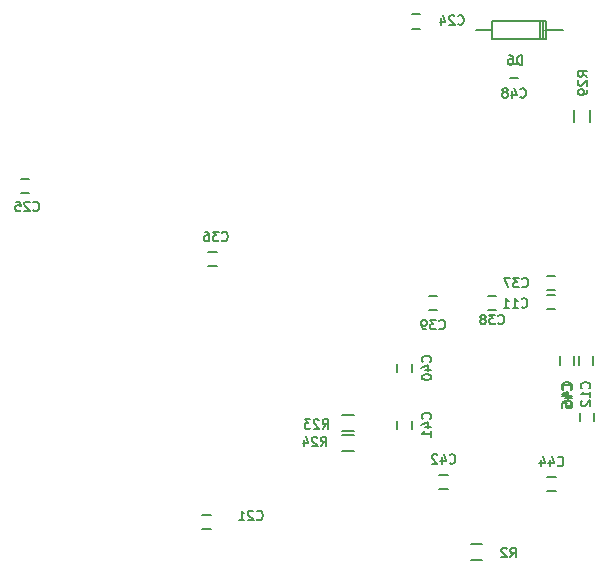
<source format=gbr>
G04 #@! TF.FileFunction,Legend,Bot*
%FSLAX46Y46*%
G04 Gerber Fmt 4.6, Leading zero omitted, Abs format (unit mm)*
G04 Created by KiCad (PCBNEW (2015-08-05 BZR 6055, Git fa29c62)-product) date 10/03/2016 14:30:23*
%MOMM*%
G01*
G04 APERTURE LIST*
%ADD10C,0.100000*%
%ADD11C,0.150000*%
G04 APERTURE END LIST*
D10*
D11*
X116617000Y-128870000D02*
X117317000Y-128870000D01*
X117317000Y-127670000D02*
X116617000Y-127670000D01*
X116617000Y-130457500D02*
X117317000Y-130457500D01*
X117317000Y-129257500D02*
X116617000Y-129257500D01*
X119351500Y-134460500D02*
X119351500Y-135160500D01*
X120551500Y-135160500D02*
X120551500Y-134460500D01*
X87470500Y-149063000D02*
X88170500Y-149063000D01*
X88170500Y-147863000D02*
X87470500Y-147863000D01*
X105187000Y-106708500D02*
X105887000Y-106708500D01*
X105887000Y-105508500D02*
X105187000Y-105508500D01*
X72803500Y-119415000D02*
X72103500Y-119415000D01*
X72103500Y-120615000D02*
X72803500Y-120615000D01*
X88678500Y-125638000D02*
X87978500Y-125638000D01*
X87978500Y-126838000D02*
X88678500Y-126838000D01*
X111664000Y-130521000D02*
X112364000Y-130521000D01*
X112364000Y-129321000D02*
X111664000Y-129321000D01*
X106647500Y-130521000D02*
X107347500Y-130521000D01*
X107347500Y-129321000D02*
X106647500Y-129321000D01*
X105184500Y-135795500D02*
X105184500Y-135095500D01*
X103984500Y-135095500D02*
X103984500Y-135795500D01*
X105184500Y-140621500D02*
X105184500Y-139921500D01*
X103984500Y-139921500D02*
X103984500Y-140621500D01*
X108236500Y-144497500D02*
X107536500Y-144497500D01*
X107536500Y-145697500D02*
X108236500Y-145697500D01*
X117380500Y-144688000D02*
X116680500Y-144688000D01*
X116680500Y-145888000D02*
X117380500Y-145888000D01*
X120615000Y-139923000D02*
X120615000Y-139223000D01*
X119415000Y-139223000D02*
X119415000Y-139923000D01*
X117764000Y-134460500D02*
X117764000Y-135160500D01*
X118964000Y-135160500D02*
X118964000Y-134460500D01*
X111180500Y-150391500D02*
X110180500Y-150391500D01*
X110180500Y-151741500D02*
X111180500Y-151741500D01*
X100322000Y-139406000D02*
X99322000Y-139406000D01*
X99322000Y-140756000D02*
X100322000Y-140756000D01*
X100322000Y-141120500D02*
X99322000Y-141120500D01*
X99322000Y-142470500D02*
X100322000Y-142470500D01*
X113505500Y-110899500D02*
X114205500Y-110899500D01*
X114205500Y-109699500D02*
X113505500Y-109699500D01*
X112013480Y-106867960D02*
X110616480Y-106867960D01*
X116458480Y-106867960D02*
X117982480Y-106867960D01*
X116077480Y-106105960D02*
X116077480Y-107629960D01*
X116331480Y-106105960D02*
X116331480Y-107629960D01*
X116585480Y-106867960D02*
X116585480Y-107629960D01*
X116585480Y-107629960D02*
X112013480Y-107629960D01*
X112013480Y-107629960D02*
X112013480Y-106105960D01*
X112013480Y-106105960D02*
X116585480Y-106105960D01*
X116585480Y-106105960D02*
X116585480Y-106867960D01*
X118959000Y-113609500D02*
X118959000Y-114609500D01*
X120309000Y-114609500D02*
X120309000Y-113609500D01*
X114560286Y-128555714D02*
X114598381Y-128593810D01*
X114712667Y-128631905D01*
X114788857Y-128631905D01*
X114903143Y-128593810D01*
X114979334Y-128517619D01*
X115017429Y-128441429D01*
X115055524Y-128289048D01*
X115055524Y-128174762D01*
X115017429Y-128022381D01*
X114979334Y-127946190D01*
X114903143Y-127870000D01*
X114788857Y-127831905D01*
X114712667Y-127831905D01*
X114598381Y-127870000D01*
X114560286Y-127908095D01*
X114293619Y-127831905D02*
X113798381Y-127831905D01*
X114065048Y-128136667D01*
X113950762Y-128136667D01*
X113874572Y-128174762D01*
X113836476Y-128212857D01*
X113798381Y-128289048D01*
X113798381Y-128479524D01*
X113836476Y-128555714D01*
X113874572Y-128593810D01*
X113950762Y-128631905D01*
X114179334Y-128631905D01*
X114255524Y-128593810D01*
X114293619Y-128555714D01*
X113531714Y-127831905D02*
X112998381Y-127831905D01*
X113341238Y-128631905D01*
X114496786Y-130270214D02*
X114534881Y-130308310D01*
X114649167Y-130346405D01*
X114725357Y-130346405D01*
X114839643Y-130308310D01*
X114915834Y-130232119D01*
X114953929Y-130155929D01*
X114992024Y-130003548D01*
X114992024Y-129889262D01*
X114953929Y-129736881D01*
X114915834Y-129660690D01*
X114839643Y-129584500D01*
X114725357Y-129546405D01*
X114649167Y-129546405D01*
X114534881Y-129584500D01*
X114496786Y-129622595D01*
X113734881Y-130346405D02*
X114192024Y-130346405D01*
X113963453Y-130346405D02*
X113963453Y-129546405D01*
X114039643Y-129660690D01*
X114115834Y-129736881D01*
X114192024Y-129774976D01*
X112972976Y-130346405D02*
X113430119Y-130346405D01*
X113201548Y-130346405D02*
X113201548Y-129546405D01*
X113277738Y-129660690D01*
X113353929Y-129736881D01*
X113430119Y-129774976D01*
X120237214Y-137153714D02*
X120275310Y-137115619D01*
X120313405Y-137001333D01*
X120313405Y-136925143D01*
X120275310Y-136810857D01*
X120199119Y-136734666D01*
X120122929Y-136696571D01*
X119970548Y-136658476D01*
X119856262Y-136658476D01*
X119703881Y-136696571D01*
X119627690Y-136734666D01*
X119551500Y-136810857D01*
X119513405Y-136925143D01*
X119513405Y-137001333D01*
X119551500Y-137115619D01*
X119589595Y-137153714D01*
X120313405Y-137915619D02*
X120313405Y-137458476D01*
X120313405Y-137687047D02*
X119513405Y-137687047D01*
X119627690Y-137610857D01*
X119703881Y-137534666D01*
X119741976Y-137458476D01*
X119589595Y-138220381D02*
X119551500Y-138258476D01*
X119513405Y-138334667D01*
X119513405Y-138525143D01*
X119551500Y-138601333D01*
X119589595Y-138639429D01*
X119665786Y-138677524D01*
X119741976Y-138677524D01*
X119856262Y-138639429D01*
X120313405Y-138182286D01*
X120313405Y-138677524D01*
X92081286Y-148240714D02*
X92119381Y-148278810D01*
X92233667Y-148316905D01*
X92309857Y-148316905D01*
X92424143Y-148278810D01*
X92500334Y-148202619D01*
X92538429Y-148126429D01*
X92576524Y-147974048D01*
X92576524Y-147859762D01*
X92538429Y-147707381D01*
X92500334Y-147631190D01*
X92424143Y-147555000D01*
X92309857Y-147516905D01*
X92233667Y-147516905D01*
X92119381Y-147555000D01*
X92081286Y-147593095D01*
X91776524Y-147593095D02*
X91738429Y-147555000D01*
X91662238Y-147516905D01*
X91471762Y-147516905D01*
X91395572Y-147555000D01*
X91357476Y-147593095D01*
X91319381Y-147669286D01*
X91319381Y-147745476D01*
X91357476Y-147859762D01*
X91814619Y-148316905D01*
X91319381Y-148316905D01*
X90557476Y-148316905D02*
X91014619Y-148316905D01*
X90786048Y-148316905D02*
X90786048Y-147516905D01*
X90862238Y-147631190D01*
X90938429Y-147707381D01*
X91014619Y-147745476D01*
X109106906Y-106315474D02*
X109145001Y-106353570D01*
X109259287Y-106391665D01*
X109335477Y-106391665D01*
X109449763Y-106353570D01*
X109525954Y-106277379D01*
X109564049Y-106201189D01*
X109602144Y-106048808D01*
X109602144Y-105934522D01*
X109564049Y-105782141D01*
X109525954Y-105705950D01*
X109449763Y-105629760D01*
X109335477Y-105591665D01*
X109259287Y-105591665D01*
X109145001Y-105629760D01*
X109106906Y-105667855D01*
X108802144Y-105667855D02*
X108764049Y-105629760D01*
X108687858Y-105591665D01*
X108497382Y-105591665D01*
X108421192Y-105629760D01*
X108383096Y-105667855D01*
X108345001Y-105744046D01*
X108345001Y-105820236D01*
X108383096Y-105934522D01*
X108840239Y-106391665D01*
X108345001Y-106391665D01*
X107659287Y-105858331D02*
X107659287Y-106391665D01*
X107849763Y-105553570D02*
X108040239Y-106124998D01*
X107545001Y-106124998D01*
X73158286Y-122078714D02*
X73196381Y-122116810D01*
X73310667Y-122154905D01*
X73386857Y-122154905D01*
X73501143Y-122116810D01*
X73577334Y-122040619D01*
X73615429Y-121964429D01*
X73653524Y-121812048D01*
X73653524Y-121697762D01*
X73615429Y-121545381D01*
X73577334Y-121469190D01*
X73501143Y-121393000D01*
X73386857Y-121354905D01*
X73310667Y-121354905D01*
X73196381Y-121393000D01*
X73158286Y-121431095D01*
X72853524Y-121431095D02*
X72815429Y-121393000D01*
X72739238Y-121354905D01*
X72548762Y-121354905D01*
X72472572Y-121393000D01*
X72434476Y-121431095D01*
X72396381Y-121507286D01*
X72396381Y-121583476D01*
X72434476Y-121697762D01*
X72891619Y-122154905D01*
X72396381Y-122154905D01*
X71672571Y-121354905D02*
X72053524Y-121354905D01*
X72091619Y-121735857D01*
X72053524Y-121697762D01*
X71977333Y-121659667D01*
X71786857Y-121659667D01*
X71710667Y-121697762D01*
X71672571Y-121735857D01*
X71634476Y-121812048D01*
X71634476Y-122002524D01*
X71672571Y-122078714D01*
X71710667Y-122116810D01*
X71786857Y-122154905D01*
X71977333Y-122154905D01*
X72053524Y-122116810D01*
X72091619Y-122078714D01*
X89128536Y-124650464D02*
X89166631Y-124688560D01*
X89280917Y-124726655D01*
X89357107Y-124726655D01*
X89471393Y-124688560D01*
X89547584Y-124612369D01*
X89585679Y-124536179D01*
X89623774Y-124383798D01*
X89623774Y-124269512D01*
X89585679Y-124117131D01*
X89547584Y-124040940D01*
X89471393Y-123964750D01*
X89357107Y-123926655D01*
X89280917Y-123926655D01*
X89166631Y-123964750D01*
X89128536Y-124002845D01*
X88861869Y-123926655D02*
X88366631Y-123926655D01*
X88633298Y-124231417D01*
X88519012Y-124231417D01*
X88442822Y-124269512D01*
X88404726Y-124307607D01*
X88366631Y-124383798D01*
X88366631Y-124574274D01*
X88404726Y-124650464D01*
X88442822Y-124688560D01*
X88519012Y-124726655D01*
X88747584Y-124726655D01*
X88823774Y-124688560D01*
X88861869Y-124650464D01*
X87680917Y-123926655D02*
X87833298Y-123926655D01*
X87909488Y-123964750D01*
X87947583Y-124002845D01*
X88023774Y-124117131D01*
X88061869Y-124269512D01*
X88061869Y-124574274D01*
X88023774Y-124650464D01*
X87985679Y-124688560D01*
X87909488Y-124726655D01*
X87757107Y-124726655D01*
X87680917Y-124688560D01*
X87642821Y-124650464D01*
X87604726Y-124574274D01*
X87604726Y-124383798D01*
X87642821Y-124307607D01*
X87680917Y-124269512D01*
X87757107Y-124231417D01*
X87909488Y-124231417D01*
X87985679Y-124269512D01*
X88023774Y-124307607D01*
X88061869Y-124383798D01*
X112528286Y-131667214D02*
X112566381Y-131705310D01*
X112680667Y-131743405D01*
X112756857Y-131743405D01*
X112871143Y-131705310D01*
X112947334Y-131629119D01*
X112985429Y-131552929D01*
X113023524Y-131400548D01*
X113023524Y-131286262D01*
X112985429Y-131133881D01*
X112947334Y-131057690D01*
X112871143Y-130981500D01*
X112756857Y-130943405D01*
X112680667Y-130943405D01*
X112566381Y-130981500D01*
X112528286Y-131019595D01*
X112261619Y-130943405D02*
X111766381Y-130943405D01*
X112033048Y-131248167D01*
X111918762Y-131248167D01*
X111842572Y-131286262D01*
X111804476Y-131324357D01*
X111766381Y-131400548D01*
X111766381Y-131591024D01*
X111804476Y-131667214D01*
X111842572Y-131705310D01*
X111918762Y-131743405D01*
X112147334Y-131743405D01*
X112223524Y-131705310D01*
X112261619Y-131667214D01*
X111309238Y-131286262D02*
X111385429Y-131248167D01*
X111423524Y-131210071D01*
X111461619Y-131133881D01*
X111461619Y-131095786D01*
X111423524Y-131019595D01*
X111385429Y-130981500D01*
X111309238Y-130943405D01*
X111156857Y-130943405D01*
X111080667Y-130981500D01*
X111042571Y-131019595D01*
X111004476Y-131095786D01*
X111004476Y-131133881D01*
X111042571Y-131210071D01*
X111080667Y-131248167D01*
X111156857Y-131286262D01*
X111309238Y-131286262D01*
X111385429Y-131324357D01*
X111423524Y-131362452D01*
X111461619Y-131438643D01*
X111461619Y-131591024D01*
X111423524Y-131667214D01*
X111385429Y-131705310D01*
X111309238Y-131743405D01*
X111156857Y-131743405D01*
X111080667Y-131705310D01*
X111042571Y-131667214D01*
X111004476Y-131591024D01*
X111004476Y-131438643D01*
X111042571Y-131362452D01*
X111080667Y-131324357D01*
X111156857Y-131286262D01*
X107511786Y-132106714D02*
X107549881Y-132144810D01*
X107664167Y-132182905D01*
X107740357Y-132182905D01*
X107854643Y-132144810D01*
X107930834Y-132068619D01*
X107968929Y-131992429D01*
X108007024Y-131840048D01*
X108007024Y-131725762D01*
X107968929Y-131573381D01*
X107930834Y-131497190D01*
X107854643Y-131421000D01*
X107740357Y-131382905D01*
X107664167Y-131382905D01*
X107549881Y-131421000D01*
X107511786Y-131459095D01*
X107245119Y-131382905D02*
X106749881Y-131382905D01*
X107016548Y-131687667D01*
X106902262Y-131687667D01*
X106826072Y-131725762D01*
X106787976Y-131763857D01*
X106749881Y-131840048D01*
X106749881Y-132030524D01*
X106787976Y-132106714D01*
X106826072Y-132144810D01*
X106902262Y-132182905D01*
X107130834Y-132182905D01*
X107207024Y-132144810D01*
X107245119Y-132106714D01*
X106368929Y-132182905D02*
X106216548Y-132182905D01*
X106140357Y-132144810D01*
X106102262Y-132106714D01*
X106026071Y-131992429D01*
X105987976Y-131840048D01*
X105987976Y-131535286D01*
X106026071Y-131459095D01*
X106064167Y-131421000D01*
X106140357Y-131382905D01*
X106292738Y-131382905D01*
X106368929Y-131421000D01*
X106407024Y-131459095D01*
X106445119Y-131535286D01*
X106445119Y-131725762D01*
X106407024Y-131801952D01*
X106368929Y-131840048D01*
X106292738Y-131878143D01*
X106140357Y-131878143D01*
X106064167Y-131840048D01*
X106026071Y-131801952D01*
X105987976Y-131725762D01*
X106770214Y-134931214D02*
X106808310Y-134893119D01*
X106846405Y-134778833D01*
X106846405Y-134702643D01*
X106808310Y-134588357D01*
X106732119Y-134512166D01*
X106655929Y-134474071D01*
X106503548Y-134435976D01*
X106389262Y-134435976D01*
X106236881Y-134474071D01*
X106160690Y-134512166D01*
X106084500Y-134588357D01*
X106046405Y-134702643D01*
X106046405Y-134778833D01*
X106084500Y-134893119D01*
X106122595Y-134931214D01*
X106313071Y-135616928D02*
X106846405Y-135616928D01*
X106008310Y-135426452D02*
X106579738Y-135235976D01*
X106579738Y-135731214D01*
X106046405Y-136188357D02*
X106046405Y-136264548D01*
X106084500Y-136340738D01*
X106122595Y-136378833D01*
X106198786Y-136416929D01*
X106351167Y-136455024D01*
X106541643Y-136455024D01*
X106694024Y-136416929D01*
X106770214Y-136378833D01*
X106808310Y-136340738D01*
X106846405Y-136264548D01*
X106846405Y-136188357D01*
X106808310Y-136112167D01*
X106770214Y-136074071D01*
X106694024Y-136035976D01*
X106541643Y-135997881D01*
X106351167Y-135997881D01*
X106198786Y-136035976D01*
X106122595Y-136074071D01*
X106084500Y-136112167D01*
X106046405Y-136188357D01*
X106770214Y-139757214D02*
X106808310Y-139719119D01*
X106846405Y-139604833D01*
X106846405Y-139528643D01*
X106808310Y-139414357D01*
X106732119Y-139338166D01*
X106655929Y-139300071D01*
X106503548Y-139261976D01*
X106389262Y-139261976D01*
X106236881Y-139300071D01*
X106160690Y-139338166D01*
X106084500Y-139414357D01*
X106046405Y-139528643D01*
X106046405Y-139604833D01*
X106084500Y-139719119D01*
X106122595Y-139757214D01*
X106313071Y-140442928D02*
X106846405Y-140442928D01*
X106008310Y-140252452D02*
X106579738Y-140061976D01*
X106579738Y-140557214D01*
X106846405Y-141281024D02*
X106846405Y-140823881D01*
X106846405Y-141052452D02*
X106046405Y-141052452D01*
X106160690Y-140976262D01*
X106236881Y-140900071D01*
X106274976Y-140823881D01*
X108400786Y-143483214D02*
X108438881Y-143521310D01*
X108553167Y-143559405D01*
X108629357Y-143559405D01*
X108743643Y-143521310D01*
X108819834Y-143445119D01*
X108857929Y-143368929D01*
X108896024Y-143216548D01*
X108896024Y-143102262D01*
X108857929Y-142949881D01*
X108819834Y-142873690D01*
X108743643Y-142797500D01*
X108629357Y-142759405D01*
X108553167Y-142759405D01*
X108438881Y-142797500D01*
X108400786Y-142835595D01*
X107715072Y-143026071D02*
X107715072Y-143559405D01*
X107905548Y-142721310D02*
X108096024Y-143292738D01*
X107600786Y-143292738D01*
X107334119Y-142835595D02*
X107296024Y-142797500D01*
X107219833Y-142759405D01*
X107029357Y-142759405D01*
X106953167Y-142797500D01*
X106915071Y-142835595D01*
X106876976Y-142911786D01*
X106876976Y-142987976D01*
X106915071Y-143102262D01*
X107372214Y-143559405D01*
X106876976Y-143559405D01*
X117544786Y-143673714D02*
X117582881Y-143711810D01*
X117697167Y-143749905D01*
X117773357Y-143749905D01*
X117887643Y-143711810D01*
X117963834Y-143635619D01*
X118001929Y-143559429D01*
X118040024Y-143407048D01*
X118040024Y-143292762D01*
X118001929Y-143140381D01*
X117963834Y-143064190D01*
X117887643Y-142988000D01*
X117773357Y-142949905D01*
X117697167Y-142949905D01*
X117582881Y-142988000D01*
X117544786Y-143026095D01*
X116859072Y-143216571D02*
X116859072Y-143749905D01*
X117049548Y-142911810D02*
X117240024Y-143483238D01*
X116744786Y-143483238D01*
X116097167Y-143216571D02*
X116097167Y-143749905D01*
X116287643Y-142911810D02*
X116478119Y-143483238D01*
X115982881Y-143483238D01*
X118649714Y-137344214D02*
X118687810Y-137306119D01*
X118725905Y-137191833D01*
X118725905Y-137115643D01*
X118687810Y-137001357D01*
X118611619Y-136925166D01*
X118535429Y-136887071D01*
X118383048Y-136848976D01*
X118268762Y-136848976D01*
X118116381Y-136887071D01*
X118040190Y-136925166D01*
X117964000Y-137001357D01*
X117925905Y-137115643D01*
X117925905Y-137191833D01*
X117964000Y-137306119D01*
X118002095Y-137344214D01*
X118192571Y-138029928D02*
X118725905Y-138029928D01*
X117887810Y-137839452D02*
X118459238Y-137648976D01*
X118459238Y-138144214D01*
X117925905Y-138829929D02*
X117925905Y-138448976D01*
X118306857Y-138410881D01*
X118268762Y-138448976D01*
X118230667Y-138525167D01*
X118230667Y-138715643D01*
X118268762Y-138791833D01*
X118306857Y-138829929D01*
X118383048Y-138868024D01*
X118573524Y-138868024D01*
X118649714Y-138829929D01*
X118687810Y-138791833D01*
X118725905Y-138715643D01*
X118725905Y-138525167D01*
X118687810Y-138448976D01*
X118649714Y-138410881D01*
X118649714Y-137153714D02*
X118687810Y-137115619D01*
X118725905Y-137001333D01*
X118725905Y-136925143D01*
X118687810Y-136810857D01*
X118611619Y-136734666D01*
X118535429Y-136696571D01*
X118383048Y-136658476D01*
X118268762Y-136658476D01*
X118116381Y-136696571D01*
X118040190Y-136734666D01*
X117964000Y-136810857D01*
X117925905Y-136925143D01*
X117925905Y-137001333D01*
X117964000Y-137115619D01*
X118002095Y-137153714D01*
X118192571Y-137839428D02*
X118725905Y-137839428D01*
X117887810Y-137648952D02*
X118459238Y-137458476D01*
X118459238Y-137953714D01*
X117925905Y-138601333D02*
X117925905Y-138448952D01*
X117964000Y-138372762D01*
X118002095Y-138334667D01*
X118116381Y-138258476D01*
X118268762Y-138220381D01*
X118573524Y-138220381D01*
X118649714Y-138258476D01*
X118687810Y-138296571D01*
X118725905Y-138372762D01*
X118725905Y-138525143D01*
X118687810Y-138601333D01*
X118649714Y-138639429D01*
X118573524Y-138677524D01*
X118383048Y-138677524D01*
X118306857Y-138639429D01*
X118268762Y-138601333D01*
X118230667Y-138525143D01*
X118230667Y-138372762D01*
X118268762Y-138296571D01*
X118306857Y-138258476D01*
X118383048Y-138220381D01*
X113544333Y-151491905D02*
X113811000Y-151110952D01*
X114001476Y-151491905D02*
X114001476Y-150691905D01*
X113696714Y-150691905D01*
X113620523Y-150730000D01*
X113582428Y-150768095D01*
X113544333Y-150844286D01*
X113544333Y-150958571D01*
X113582428Y-151034762D01*
X113620523Y-151072857D01*
X113696714Y-151110952D01*
X114001476Y-151110952D01*
X113239571Y-150768095D02*
X113201476Y-150730000D01*
X113125285Y-150691905D01*
X112934809Y-150691905D01*
X112858619Y-150730000D01*
X112820523Y-150768095D01*
X112782428Y-150844286D01*
X112782428Y-150920476D01*
X112820523Y-151034762D01*
X113277666Y-151491905D01*
X112782428Y-151491905D01*
X97637536Y-140601655D02*
X97904203Y-140220702D01*
X98094679Y-140601655D02*
X98094679Y-139801655D01*
X97789917Y-139801655D01*
X97713726Y-139839750D01*
X97675631Y-139877845D01*
X97637536Y-139954036D01*
X97637536Y-140068321D01*
X97675631Y-140144512D01*
X97713726Y-140182607D01*
X97789917Y-140220702D01*
X98094679Y-140220702D01*
X97332774Y-139877845D02*
X97294679Y-139839750D01*
X97218488Y-139801655D01*
X97028012Y-139801655D01*
X96951822Y-139839750D01*
X96913726Y-139877845D01*
X96875631Y-139954036D01*
X96875631Y-140030226D01*
X96913726Y-140144512D01*
X97370869Y-140601655D01*
X96875631Y-140601655D01*
X96608964Y-139801655D02*
X96113726Y-139801655D01*
X96380393Y-140106417D01*
X96266107Y-140106417D01*
X96189917Y-140144512D01*
X96151821Y-140182607D01*
X96113726Y-140258798D01*
X96113726Y-140449274D01*
X96151821Y-140525464D01*
X96189917Y-140563560D01*
X96266107Y-140601655D01*
X96494679Y-140601655D01*
X96570869Y-140563560D01*
X96608964Y-140525464D01*
X97510536Y-142062155D02*
X97777203Y-141681202D01*
X97967679Y-142062155D02*
X97967679Y-141262155D01*
X97662917Y-141262155D01*
X97586726Y-141300250D01*
X97548631Y-141338345D01*
X97510536Y-141414536D01*
X97510536Y-141528821D01*
X97548631Y-141605012D01*
X97586726Y-141643107D01*
X97662917Y-141681202D01*
X97967679Y-141681202D01*
X97205774Y-141338345D02*
X97167679Y-141300250D01*
X97091488Y-141262155D01*
X96901012Y-141262155D01*
X96824822Y-141300250D01*
X96786726Y-141338345D01*
X96748631Y-141414536D01*
X96748631Y-141490726D01*
X96786726Y-141605012D01*
X97243869Y-142062155D01*
X96748631Y-142062155D01*
X96062917Y-141528821D02*
X96062917Y-142062155D01*
X96253393Y-141224060D02*
X96443869Y-141795488D01*
X95948631Y-141795488D01*
X114369786Y-112485214D02*
X114407881Y-112523310D01*
X114522167Y-112561405D01*
X114598357Y-112561405D01*
X114712643Y-112523310D01*
X114788834Y-112447119D01*
X114826929Y-112370929D01*
X114865024Y-112218548D01*
X114865024Y-112104262D01*
X114826929Y-111951881D01*
X114788834Y-111875690D01*
X114712643Y-111799500D01*
X114598357Y-111761405D01*
X114522167Y-111761405D01*
X114407881Y-111799500D01*
X114369786Y-111837595D01*
X113684072Y-112028071D02*
X113684072Y-112561405D01*
X113874548Y-111723310D02*
X114065024Y-112294738D01*
X113569786Y-112294738D01*
X113150738Y-112104262D02*
X113226929Y-112066167D01*
X113265024Y-112028071D01*
X113303119Y-111951881D01*
X113303119Y-111913786D01*
X113265024Y-111837595D01*
X113226929Y-111799500D01*
X113150738Y-111761405D01*
X112998357Y-111761405D01*
X112922167Y-111799500D01*
X112884071Y-111837595D01*
X112845976Y-111913786D01*
X112845976Y-111951881D01*
X112884071Y-112028071D01*
X112922167Y-112066167D01*
X112998357Y-112104262D01*
X113150738Y-112104262D01*
X113226929Y-112142357D01*
X113265024Y-112180452D01*
X113303119Y-112256643D01*
X113303119Y-112409024D01*
X113265024Y-112485214D01*
X113226929Y-112523310D01*
X113150738Y-112561405D01*
X112998357Y-112561405D01*
X112922167Y-112523310D01*
X112884071Y-112485214D01*
X112845976Y-112409024D01*
X112845976Y-112256643D01*
X112884071Y-112180452D01*
X112922167Y-112142357D01*
X112998357Y-112104262D01*
X114539956Y-109769865D02*
X114539956Y-108969865D01*
X114349480Y-108969865D01*
X114235194Y-109007960D01*
X114159003Y-109084150D01*
X114120908Y-109160341D01*
X114082813Y-109312722D01*
X114082813Y-109427008D01*
X114120908Y-109579389D01*
X114159003Y-109655579D01*
X114235194Y-109731770D01*
X114349480Y-109769865D01*
X114539956Y-109769865D01*
X113397099Y-108969865D02*
X113549480Y-108969865D01*
X113625670Y-109007960D01*
X113663765Y-109046055D01*
X113739956Y-109160341D01*
X113778051Y-109312722D01*
X113778051Y-109617484D01*
X113739956Y-109693674D01*
X113701861Y-109731770D01*
X113625670Y-109769865D01*
X113473289Y-109769865D01*
X113397099Y-109731770D01*
X113359003Y-109693674D01*
X113320908Y-109617484D01*
X113320908Y-109427008D01*
X113359003Y-109350817D01*
X113397099Y-109312722D01*
X113473289Y-109274627D01*
X113625670Y-109274627D01*
X113701861Y-109312722D01*
X113739956Y-109350817D01*
X113778051Y-109427008D01*
X120059405Y-110801214D02*
X119678452Y-110534547D01*
X120059405Y-110344071D02*
X119259405Y-110344071D01*
X119259405Y-110648833D01*
X119297500Y-110725024D01*
X119335595Y-110763119D01*
X119411786Y-110801214D01*
X119526071Y-110801214D01*
X119602262Y-110763119D01*
X119640357Y-110725024D01*
X119678452Y-110648833D01*
X119678452Y-110344071D01*
X119335595Y-111105976D02*
X119297500Y-111144071D01*
X119259405Y-111220262D01*
X119259405Y-111410738D01*
X119297500Y-111486928D01*
X119335595Y-111525024D01*
X119411786Y-111563119D01*
X119487976Y-111563119D01*
X119602262Y-111525024D01*
X120059405Y-111067881D01*
X120059405Y-111563119D01*
X120059405Y-111944071D02*
X120059405Y-112096452D01*
X120021310Y-112172643D01*
X119983214Y-112210738D01*
X119868929Y-112286929D01*
X119716548Y-112325024D01*
X119411786Y-112325024D01*
X119335595Y-112286929D01*
X119297500Y-112248833D01*
X119259405Y-112172643D01*
X119259405Y-112020262D01*
X119297500Y-111944071D01*
X119335595Y-111905976D01*
X119411786Y-111867881D01*
X119602262Y-111867881D01*
X119678452Y-111905976D01*
X119716548Y-111944071D01*
X119754643Y-112020262D01*
X119754643Y-112172643D01*
X119716548Y-112248833D01*
X119678452Y-112286929D01*
X119602262Y-112325024D01*
M02*

</source>
